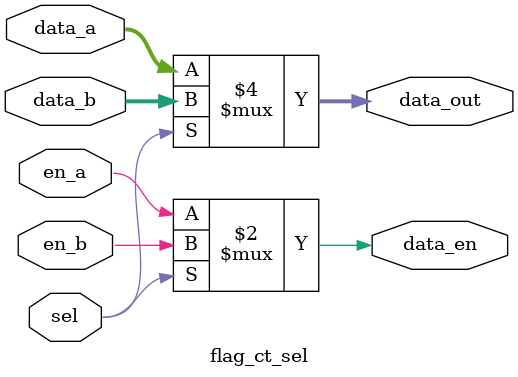
<source format=v>
module flag_ct_sel(
	input sel,	
	
	input en_a,	
	input [15:0]data_a,
	
	input en_b,	
	input [15:0]data_b,
	
	output data_en,
	output [15:0]data_out
	);

assign data_en = (sel==1'b0)?en_a:en_b;
assign data_out = (sel==1'b0)?data_a:data_b;


endmodule

</source>
